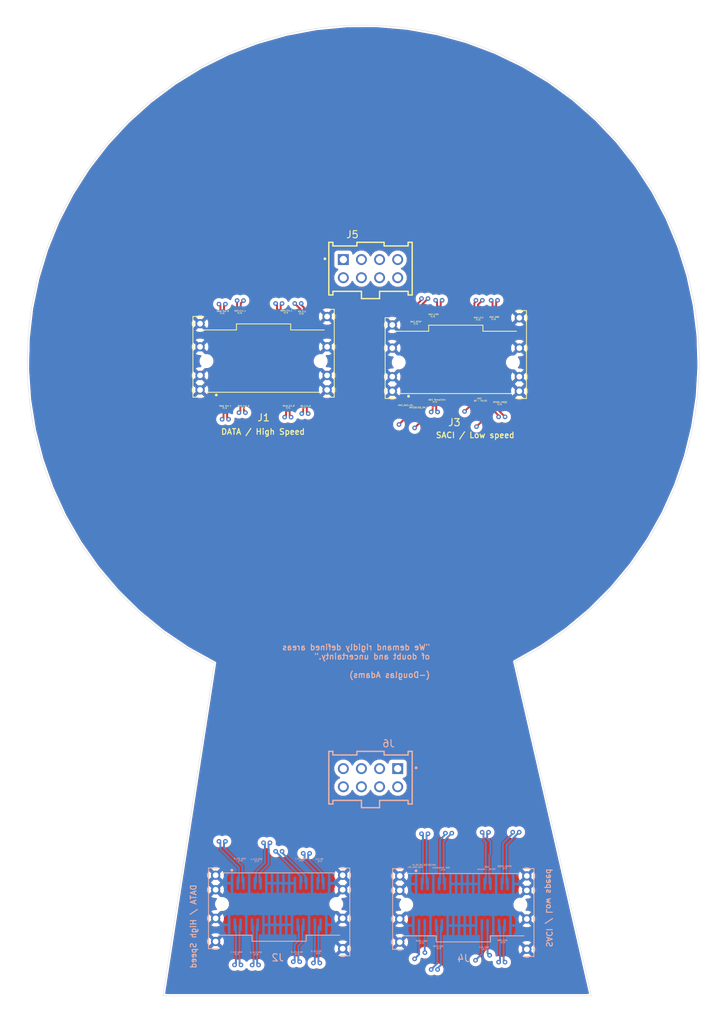
<source format=kicad_pcb>
(kicad_pcb (version 20241229) (generator "pcbnew") (generator_version "9.0")
  (layers (0 "F.Cu" signal "TopLayer") (4 "In1.Cu" signal "Inner1") (6 "In2.Cu" power "Inner2") (8 "In3.Cu" signal) (10 "In4.Cu" signal) (2 "B.Cu" signal "BottomLayer") (13 "F.Paste" user "TopPasteMaskLayer") (15 "B.Paste" user "BottomPasteMaskLayer") (5 "F.SilkS" user "TopSilkLayer") (7 "B.SilkS" user "BottomSilkLayer") (1 "F.Mask" user "TopSolderMaskLayer") (3 "B.Mask" user "BottomSolderMaskLayer") (25 "Edge.Cuts" user))
  (net 0 "")
  (net 1 "DGND")
  (net 2 "/SER_CLK_1_P")
  (net 3 "/DATA_OUT_0_N")
  (net 4 "/WORD_CLK_0_P")
  (net 5 "/RD_CLK_0_P")
  (net 6 "/SER_CLK_0_N")
  (net 7 "/SER_CLK_0_P")
  (net 8 "/RD_CLK_0_N")
  (net 9 "/WORD_CLK_1_N")
  (net 10 "/WORD_CLK_0_N")
  (net 11 "/RD_CLK_N")
  (net 12 "/WORD_CLK_1_P")
  (net 13 "/SER_CLK_1_N")
  (net 14 "/DATA_OUT_1_P")
  (net 15 "/DATA_OUT_0_P")
  (net 16 "/RD_CLK_P")
  (net 17 "/DATA_OUT_1_N")
  (net 18 "/SACI_CLK_N")
  (net 19 "/ASIC{0123}_DM_SN_IO")
  (net 20 "/SPARE_HR{0}_N")
  (net 21 "/ASIC_SR0_P")
  (net 22 "/ASIC_SR0_N")
  (net 23 "/SACI_RESP_P")
  (net 24 "/SACI_CMD_P")
  (net 25 "/ASIC_SACI_SEL")
  (net 26 "/ASIC_SampClkEn_P")
  (net 27 "/ASIC_PULSE")
  (net 28 "/SACI_CLK_P")
  (net 29 "/SACI_CMD_N")
  (net 30 "/ASIC_SampClkEn_N")
  (net 31 "/ASIC_GR")
  (net 32 "/SPARE_HR{0}_P")
  (net 33 "/SACI_RESP_N")
  (net 34 "/VDD1")
  (net 35 "AGND")
  (net 36 "/VDD2")
  (footprint "Connector_SATA_SAS:SATA" (layer "F.Cu") (at 153.95 77.62)
    (property "Reference" "J3")
    (property "Value" "1888174-6")
  )
  (footprint "lib:SAMTEC_IPL1-104-01-L-D-K" (layer "F.Cu") (at 142 64.5)
    (property "Reference" "J5")
    (property "Value" "IPL1-104-01-L-D-K")
  )
  (footprint "Connector_SATA_SAS:SATA" (layer "F.Cu") (at 127.02 77.44)
    (property "Reference" "J1")
    (property "Value" "1888174-6")
  )
  (footprint "lib:SAMTEC_IPL1-104-01-L-D-K" (layer "B.Cu") (at 142 135.73 180)
    (property "Reference" "J6")
    (property "Value" "IPL1-104-01-L-D-K")
  )
  (footprint "Connector_SATA_SAS:SATA" (layer "B.Cu") (at 129.200001 153.409998)
    (property "Reference" "J2")
    (property "Value" "1888174-6")
  )
  (footprint "Connector_SATA_SAS:SATA" (layer "B.Cu") (at 155 153.5)
    (property "Reference" "J4")
    (property "Value" "1888174-6")
  )
  (gr_arc (start 120.132759 119.700472) (mid 140.757661 30.43077) (end 162.231802 119.499999) (stroke (width 0.05)) (layer "Edge.Cuts"))
  (gr_line (start 120.132759 119.700472) (end 112.932281 166.25) (stroke (width 0.05)) (layer "Edge.Cuts"))
  (gr_line (start 172.932281 166.25) (end 162.231802 119.499998) (stroke (width 0.05)) (layer "Edge.Cuts"))
  (gr_line (start 112.932281 166.25) (end 172.932281 166.25) (stroke (width 0.05)) (layer "Edge.Cuts"))
  (gr_text "Data Out 0\n   P/N" (at 120.44 70.88 0) (layer "F.SilkS") (effects (font (size 0.2 0.2) (thickness 0.04) (bold yes)) (justify left bottom)))
  (gr_text "SER_CLK_1\n   P/N" (at 122.89 70.85 0) (layer "F.SilkS") (effects (font (size 0.2 0.2) (thickness 0.04) (bold yes)) (justify left bottom)))
  (gr_text "   ASIC\nGR - PULSE\n" (at 156.44 83.11 0) (layer "F.SilkS") (effects (font (size 0.2 0.2) (thickness 0.04) (bold yes)) (justify left bottom)))
  (gr_text "RD_CLK\n P/N" (at 131.82 70.95 0) (layer "F.SilkS") (effects (font (size 0.2 0.2) (thickness 0.04) (bold yes)) (justify left bottom)))
  (gr_text "ASIC SAmpClkEn\n    P/N" (at 150.07 83.29 -0) (layer "F.SilkS") (effects (font (size 0.2 0.2) (thickness 0.04) (bold yes)) (justify left bottom)))
  (gr_text "Data Out 1\n   P/N" (at 120.78 84.14 0) (layer "F.SilkS") (effects (font (size 0.2 0.2) (thickness 0.04) (bold yes)) (justify left bottom)))
  (gr_text "SACI_RESP\n   P/N" (at 147.54 72.36 -0) (layer "F.SilkS") (effects (font (size 0.2 0.2) (thickness 0.04) (bold yes)) (justify left bottom)))
  (gr_text "ASIC_SACI_SEL\n		ASIC{0123}_DM_SN_IO\n" (at 145.84 84.05 0) (layer "F.SilkS") (effects (font (size 0.2 0.2) (thickness 0.04) (bold yes)) (justify left bottom)))
  (gr_text "ASIC_SR0\n  P/N" (at 158.61 71.71 -0) (layer "F.SilkS") (effects (font (size 0.2 0.2) (thickness 0.04) (bold yes)) (justify left bottom)))
  (gr_text "Word_Clk_0\n   P/N" (at 129.66 84.13 0) (layer "F.SilkS") (effects (font (size 0.2 0.2) (thickness 0.04) (bold yes)) (justify left bottom)))
  (gr_text "RD_CLK_0\n P/N" (at 132.15 84.16 0) (layer "F.SilkS") (effects (font (size 0.2 0.2) (thickness 0.04) (bold yes)) (justify left bottom)))
  (gr_text "SPARE_HR{0}\n    P/N" (at 159.14 83.63 -0) (layer "F.SilkS") (effects (font (size 0.2 0.2) (thickness 0.04) (bold yes)) (justify left bottom)))
  (gr_text "DATA / High Speed" (at 120.99 87.79 0) (layer "F.SilkS") (effects (font (size 0.8 0.8) (thickness 0.15) (bold yes)) (justify left bottom)))
  (gr_text "Word_Clk_1\n   P/N" (at 129.35 70.81 0) (layer "F.SilkS") (effects (font (size 0.2 0.2) (thickness 0.04) (bold yes)) (justify left bottom)))
  (gr_text "SER_CLK_0\n   P/N" (at 123.37 84.16 0) (layer "F.SilkS") (effects (font (size 0.2 0.2) (thickness 0.04) (bold yes)) (justify left bottom)))
  (gr_text "SACI_CLK\n  P/N" (at 156.45 71.79 -0) (layer "F.SilkS") (effects (font (size 0.2 0.2) (thickness 0.04) (bold yes)) (justify left bottom)))
  (gr_text "SACI_CMD\n  P/N" (at 150.09 71.34 0) (layer "F.SilkS") (effects (font (size 0.2 0.2) (thickness 0.04) (bold yes)) (justify left bottom)))
  (gr_text "SACI / Low speed" (at 151.08 88.27 0) (layer "F.SilkS") (effects (font (size 0.8 0.8) (thickness 0.15) (bold yes)) (justify left bottom)))
  (gr_text "RD_CLK_0\n P/N" (at 135.15 160.45 -0) (layer "B.SilkS") (effects (font (size 0.2 0.2) (thickness 0.04) (bold yes)) (justify left bottom mirror)))
  (gr_text "SACI / Low speed" (at 166.56 159.53 270) (layer "B.SilkS") (effects (font (size 0.8 0.8) (thickness 0.15) (bold yes)) (justify left bottom mirror)))
  (gr_text "Data Out 1\n   P/N" (at 124.05 160.56 -0) (layer "B.SilkS") (effects (font (size 0.2 0.2) (thickness 0.04) (bold yes)) (justify left bottom mirror)))
  (gr_text "Word_Clk_0\n   P/N" (at 132.55 160.56 -0) (layer "B.SilkS") (effects (font (size 0.2 0.2) (thickness 0.04) (bold yes)) (justify left bottom mirror)))
  (gr_text "SPARE_HR{0}\n    P/N" (at 161.78 148.56 0) (layer "B.SilkS") (effects (font (size 0.2 0.2) (thickness 0.04) (bold yes)) (justify left bottom mirror)))
  (gr_text "SER_CLK_0\n   P/N" (at 126.79 160.61 -0) (layer "B.SilkS") (effects (font (size 0.2 0.2) (thickness 0.04) (bold yes)) (justify left bottom mirror)))
  (gr_text "SACI_CMD\n  P/N" (at 152.23 159.75 -0) (layer "B.SilkS") (effects (font (size 0.2 0.2) (thickness 0.04) (bold yes)) (justify left bottom mirror)))
  (gr_text "	 ASIC\nPULSE - Ground\n" (at 159.53 148.65 -0) (layer "B.SilkS") (effects (font (size 0.2 0.2) (thickness 0.04) (bold yes)) (justify left bottom mirror)))
  (gr_text "{dblquote}We demand rigidly defined areas\nof doubt and uncertainty.{dblquote}\n\n(-Douglas Adams)" (at 150.42 121.82 0) (layer "B.SilkS") (effects (font (size 0.8 0.8) (thickness 0.15) (bold yes)) (justify left bottom mirror)))
  (gr_text "ASIC SAmpClkEn\n    P/N" (at 153.13 148.76 0) (layer "B.SilkS") (effects (font (size 0.2 0.2) (thickness 0.04) (bold yes)) (justify left bottom mirror)))
  (gr_text "ASIC{0123}_DM_SN_IO\n            ASIC_SACI_SEL" (at 151.17 148.37 0) (layer "B.SilkS") (effects (font (size 0.2 0.2) (thickness 0.04) (bold yes)) (justify left bottom mirror)))
  (gr_text "SACI_CLK\n  P/N" (at 158.61 159.89 0) (layer "B.SilkS") (effects (font (size 0.2 0.2) (thickness 0.04) (bold yes)) (justify left bottom mirror)))
  (gr_text "ASIC_SR0\n  P/N" (at 161.21 158.93 0) (layer "B.SilkS") (effects (font (size 0.2 0.2) (thickness 0.04) (bold yes)) (justify left bottom mirror)))
  (gr_text "Word_Clk_1\n   P/N" (at 133.13 147.47 -0) (layer "B.SilkS") (effects (font (size 0.2 0.2) (thickness 0.04) (bold yes)) (justify left bottom mirror)))
  (gr_text "SACI_RESP\n   P/N" (at 149.95 159.02 0) (layer "B.SilkS") (effects (font (size 0.2 0.2) (thickness 0.04) (bold yes)) (justify left bottom mirror)))
  (gr_text "SER_CLK_1\n   P/N" (at 126.85 147.56 -0) (layer "B.SilkS") (effects (font (size 0.2 0.2) (thickness 0.04) (bold yes)) (justify left bottom mirror)))
  (gr_text "DATA / High Speed" (at 117.66 150.6 90) (layer "B.SilkS") (effects (font (size 0.8 0.8) (thickness 0.15) (bold yes)) (justify left bottom mirror)))
  (gr_text "Data Out 0\n   P/N" (at 124.56 147.49 -0) (layer "B.SilkS") (effects (font (size 0.2 0.2) (thickness 0.04) (bold yes)) (justify left bottom mirror)))
  (gr_text "RD_CLK\n P/N" (at 135.4 147.56 -0) (layer "B.SilkS") (effects (font (size 0.2 0.2) (thickness 0.04) (bold yes)) (justify left bottom mirror)))
  (segment (start 123.22 73.63) (end 123.36445 73.48555) (width 0.2701) (layer "F.Cu") (net 2))
  (segment (start 123.36445 73.48555) (end 123.36445 71.23) (width 0.2701) (layer "F.Cu") (net 2))
  (segment (start 123.36445 71.23) (end 123.3095 71.17505) (width 0.2701) (layer "F.Cu") (net 2))
  (segment (start 123.22 74.53) (end 123.22 73.63) (width 0.2701) (layer "F.Cu") (net 2))
  (segment (start 123.3095 71.17505) (end 123.3095 68.97) (width 0.2701) (layer "F.Cu") (net 2))
  (via (at 127.0095 144.84) (size 0.66) (drill 0.3) (layers "F.Cu" "B.Cu") (net 2))
  (via (at 123.3095 68.97) (size 0.66) (drill 0.3) (layers "F.Cu" "B.Cu") (net 2))
  (segment (start 125.944449 150.355547) (end 125.944449 148.904149) (width 0.2701) (layer "B.Cu") (net 2))
  (segment (start 127.204449 145.034949) (end 127.0095 144.84) (width 0.2701) (layer "B.Cu") (net 2))
  (segment (start 125.944449 148.904149) (end 127.204449 147.644149) (width 0.2701) (layer "B.Cu") (net 2))
  (segment (start 127.204449 147.644149) (end 127.204449 145.034949) (width 0.2701) (layer "B.Cu") (net 2))
  (segment (start 125.799999 150.499997) (end 125.944449 150.355547) (width 0.2701) (layer "B.Cu") (net 2))
  (segment (start 121.475551 69.654949) (end 121.6705 69.46) (width 0.2701) (layer "F.Cu") (net 3))
  (segment (start 121.62 74.53) (end 121.475551 74.385551) (width 0.2701) (layer "F.Cu") (net 3))
  (segment (start 121.475551 74.385551) (end 121.475551 69.654949) (width 0.2701) (layer "F.Cu") (net 3))
  (via (at 121.6705 69.46) (size 0.66) (drill 0.3) (layers "F.Cu" "B.Cu") (net 3))
  (via (at 121.6705 144.64) (size 0.66) (drill 0.3) (layers "F.Cu" "B.Cu") (net 3))
  (segment (start 121.6705 144.64) (end 121.475551 144.834949) (width 0.2701) (layer "B.Cu") (net 3))
  (segment (start 121.475551 145.534149) (end 124.055551 148.114149) (width 0.2701) (layer "B.Cu") (net 3))
  (segment (start 121.475551 144.834949) (end 121.475551 145.534149) (width 0.2701) (layer "B.Cu") (net 3))
  (segment (start 124.055551 150.355549) (end 124.200002 150.5) (width 0.2701) (layer "B.Cu") (net 3))
  (segment (start 124.055551 148.114149) (end 124.055551 150.355549) (width 0.2701) (layer "B.Cu") (net 3))
  (segment (start 129.9695 85.28) (end 130.16445 85.08505) (width 0.2701) (layer "F.Cu") (net 4))
  (segment (start 130.16445 81.39445) (end 130.02 81.25) (width 0.2701) (layer "F.Cu") (net 4))
  (segment (start 130.16445 85.08505) (end 130.16445 81.39445) (width 0.2701) (layer "F.Cu") (net 4))
  (segment (start 130.02 81.25) (end 130.02 80.35) (width 0.2701) (layer "F.Cu") (net 4))
  (via (at 129.9695 85.28) (size 0.66) (drill 0.3) (layers "F.Cu" "B.Cu") (net 4))
  (via (at 131.1795 161.48) (size 0.66) (drill 0.3) (layers "F.Cu" "B.Cu") (net 4))
  (segment (start 131.944452 156.464449) (end 131.944452 158.504146) (width 0.2701) (layer "B.Cu") (net 4))
  (segment (start 131.944452 158.504146) (end 131.374449 159.074149) (width 0.2701) (layer "B.Cu") (net 4))
  (segment (start 131.8 156.319997) (end 131.944452 156.464449) (width 0.2701) (layer "B.Cu") (net 4))
  (segment (start 131.374449 159.074149) (end 131.374449 161.285051) (width 0.2701) (layer "B.Cu") (net 4))
  (segment (start 131.374449 161.285051) (end 131.1795 161.48) (width 0.2701) (layer "B.Cu") (net 4))
  (segment (start 132.42 80.35) (end 132.564449 80.494449) (width 0.2701) (layer "F.Cu") (net 5))
  (segment (start 132.564449 80.494449) (end 132.564449 84.595051) (width 0.2701) (layer "F.Cu") (net 5))
  (segment (start 132.564449 84.595051) (end 132.3695 84.79) (width 0.2701) (layer "F.Cu") (net 5))
  (via (at 133.9995 161.66) (size 0.66) (drill 0.3) (layers "F.Cu" "B.Cu") (net 5))
  (via (at 132.3695 84.79) (size 0.66) (drill 0.3) (layers "F.Cu" "B.Cu") (net 5))
  (segment (start 134.2 160.248862) (end 134.19445 160.254412) (width 0.2701) (layer "B.Cu") (net 5))
  (segment (start 134.2 156.319996) (end 134.2 160.248862) (width 0.2701) (layer "B.Cu") (net 5))
  (segment (start 134.19445 161.46505) (end 133.9995 161.66) (width 0.2701) (layer "B.Cu") (net 5))
  (segment (start 134.19445 160.254412) (end 134.19445 161.46505) (width 0.2701) (layer "B.Cu") (net 5))
  (segment (start 124.275551 80.494449) (end 124.275551 84.455051) (width 0.2701) (layer "F.Cu") (net 6))
  (segment (start 124.275551 84.455051) (end 124.4705 84.65) (width 0.2701) (layer "F.Cu") (net 6))
  (segment (start 124.42 80.35) (end 124.275551 80.494449) (width 0.2701) (layer "F.Cu") (net 6))
  (via (at 126.3205 161.94) (size 0.66) (drill 0.3) (layers "F.Cu" "B.Cu") (net 6))
  (via (at 124.4705 84.65) (size 0.66) (drill 0.3) (layers "F.Cu" "B.Cu") (net 6))
  (segment (start 126.3205 161.94) (end 126.12555 161.74505) (width 0.2701) (layer "B.Cu") (net 6))
  (segment (start 126.12555 159.904412) (end 126.055553 159.834415) (width 0.2701) (layer "B.Cu") (net 6))
  (segment (start 126.055553 156.464446) (end 126.200001 156.319998) (width 0.2701) (layer "B.Cu") (net 6))
  (segment (start 126.055553 159.834415) (end 126.055553 156.464446) (width 0.2701) (layer "B.Cu") (net 6))
  (segment (start 126.12555 161.74505) (end 126.12555 159.904412) (width 0.2701) (layer "B.Cu") (net 6))
  (segment (start 123.764449 80.494449) (end 123.764449 84.455051) (width 0.2701) (layer "F.Cu") (net 7))
  (segment (start 123.764449 84.455051) (end 123.5695 84.65) (width 0.2701) (layer "F.Cu") (net 7))
  (segment (start 123.62 80.35) (end 123.764449 80.494449) (width 0.2701) (layer "F.Cu") (net 7))
  (via (at 123.5695 84.65) (size 0.66) (drill 0.3) (layers "F.Cu" "B.Cu") (net 7))
  (via (at 125.4195 161.94) (size 0.66) (drill 0.3) (layers "F.Cu" "B.Cu") (net 7))
  (segment (start 125.61445 160.1) (end 125.544452 160.030002) (width 0.2701) (layer "B.Cu") (net 7))
  (segment (start 125.4195 161.94) (end 125.61445 161.74505) (width 0.2701) (layer "B.Cu") (net 7))
  (segment (start 125.61445 161.74505) (end 125.61445 160.1) (width 0.2701) (layer "B.Cu") (net 7))
  (segment (start 125.544452 156.464446) (end 125.400002 156.319996) (width 0.2701) (layer "B.Cu") (net 7))
  (segment (start 125.544452 160.030002) (end 125.544452 156.464446) (width 0.2701) (layer "B.Cu") (net 7))
  (segment (start 133.075551 80.494449) (end 133.075551 84.595051) (width 0.2701) (layer "F.Cu") (net 8))
  (segment (start 133.075551 84.595051) (end 133.2705 84.79) (width 0.2701) (layer "F.Cu") (net 8))
  (segment (start 133.22 80.35) (end 133.075551 80.494449) (width 0.2701) (layer "F.Cu") (net 8))
  (via (at 133.2705 84.79) (size 0.66) (drill 0.3) (layers "F.Cu" "B.Cu") (net 8))
  (via (at 134.9005 161.66) (size 0.66) (drill 0.3) (layers "F.Cu" "B.Cu") (net 8))
  (segment (start 135.000001 156.319998) (end 134.7111 156.608899) (width 0.2701) (layer "B.Cu") (net 8))
  (segment (start 134.7111 160.44445) (end 134.70555 160.45) (width 0.2701) (layer "B.Cu") (net 8))
  (segment (start 134.70555 161.46505) (end 134.70555 160.45) (width 0.2701) (layer "B.Cu") (net 8))
  (segment (start 134.7111 156.608899) (end 134.7111 160.44445) (width 0.2701) (layer "B.Cu") (net 8))
  (segment (start 134.9005 161.66) (end 134.70555 161.46505) (width 0.2701) (layer "B.Cu") (net 8))
  (segment (start 129.415551 71.064149) (end 129.415551 69.574949) (width 0.2701) (layer "F.Cu") (net 9))
  (segment (start 129.415551 69.574949) (end 129.6105 69.38) (width 0.2701) (layer "F.Cu") (net 9))
  (segment (start 130.27555 71.924148) (end 129.415551 71.064149) (width 0.2701) (layer "F.Cu") (net 9))
  (segment (start 130.42 73.63) (end 130.27555 73.48555) (width 0.2701) (layer "F.Cu") (net 9))
  (segment (start 130.27555 73.48555) (end 130.27555 71.924148) (width 0.2701) (layer "F.Cu") (net 9))
  (segment (start 130.42 74.53) (end 130.42 73.63) (width 0.2701) (layer "F.Cu") (net 9))
  (via (at 129.6105 146.04) (size 0.66) (drill 0.3) (layers "F.Cu" "B.Cu") (net 9))
  (via (at 129.6105 69.38) (size 0.66) (drill 0.3) (layers "F.Cu" "B.Cu") (net 9))
  (segment (start 129.6105 146.04) (end 129.6105 146.218195) (width 0.2701) (layer "B.Cu") (net 9))
  (segment (start 132.85555 149.463245) (end 132.85555 150.35555) (width 0.2701) (layer "B.Cu") (net 9))
  (segment (start 129.6105 146.218195) (end 132.85555 149.463245) (width 0.2701) (layer "B.Cu") (net 9))
  (segment (start 132.85555 150.35555) (end 133 150.5) (width 0.2701) (layer "B.Cu") (net 9))
  (segment (start 130.82 81.25) (end 130.82 80.35) (width 0.2701) (layer "F.Cu") (net 10))
  (segment (start 130.67555 81.39445) (end 130.82 81.25) (width 0.2701) (layer "F.Cu") (net 10))
  (segment (start 130.67555 85.08505) (end 130.67555 81.39445) (width 0.2701) (layer "F.Cu") (net 10))
  (segment (start 130.8705 85.28) (end 130.67555 85.08505) (width 0.2701) (layer "F.Cu") (net 10))
  (via (at 132.0805 161.48) (size 0.66) (drill 0.3) (layers "F.Cu" "B.Cu") (net 10))
  (via (at 130.8705 85.28) (size 0.66) (drill 0.3) (layers "F.Cu" "B.Cu") (net 10))
  (segment (start 131.885551 159.285851) (end 131.885551 161.285051) (width 0.2701) (layer "B.Cu") (net 10))
  (segment (start 131.885551 161.285051) (end 132.0805 161.48) (width 0.2701) (layer "B.Cu") (net 10))
  (segment (start 132.455553 158.715849) (end 131.885551 159.285851) (width 0.2701) (layer "B.Cu") (net 10))
  (segment (start 132.600003 156.319999) (end 132.455553 156.464449) (width 0.2701) (layer "B.Cu") (net 10))
  (segment (start 132.455553 156.464449) (end 132.455553 158.715849) (width 0.2701) (layer "B.Cu") (net 10))
  (segment (start 132.2905 69.558195) (end 132.67555 69.943245) (width 0.2701) (layer "F.Cu") (net 11))
  (segment (start 132.67555 69.943245) (end 132.67555 73.48555) (width 0.2701) (layer "F.Cu") (net 11))
  (segment (start 132.67555 73.48555) (end 132.82 73.63) (width 0.2701) (layer "F.Cu") (net 11))
  (segment (start 132.2905 69.38) (end 132.2905 69.558195) (width 0.2701) (layer "F.Cu") (net 11))
  (segment (start 132.82 73.63) (end 132.82 74.53) (width 0.2701) (layer "F.Cu") (net 11))
  (via (at 133.4705 146.32) (size 0.66) (drill 0.3) (layers "F.Cu" "B.Cu") (net 11))
  (via (at 132.2905 69.38) (size 0.66) (drill 0.3) (layers "F.Cu" "B.Cu") (net 11))
  (segment (start 135.400001 150.499998) (end 135.255551 150.355548) (width 0.2701) (layer "B.Cu") (net 11))
  (segment (start 133.275551 147.114149) (end 133.275551 146.514949) (width 0.2701) (layer "B.Cu") (net 11))
  (segment (start 133.275551 146.514949) (end 133.4705 146.32) (width 0.2701) (layer "B.Cu") (net 11))
  (segment (start 135.255551 149.094149) (end 133.275551 147.114149) (width 0.2701) (layer "B.Cu") (net 11))
  (segment (start 135.255551 150.355548) (end 135.255551 149.094149) (width 0.2701) (layer "B.Cu") (net 11))
  (segment (start 129.62 73.63) (end 129.76445 73.48555) (width 0.2701) (layer "F.Cu") (net 12))
  (segment (start 128.904449 71.275851) (end 128.904449 69.574949) (width 0.2701) (layer "F.Cu") (net 12))
  (segment (start 129.62 74.53) (end 129.62 73.63) (width 0.2701) (layer "F.Cu") (net 12))
  (segment (start 129.76445 72.135852) (end 128.904449 71.275851) (width 0.2701) (layer "F.Cu") (net 12))
  (segment (start 129.76445 73.48555) (end 129.76445 72.135852) (width 0.2701) (layer "F.Cu") (net 12))
  (segment (start 128.904449 69.574949) (end 128.7095 69.38) (width 0.2701) (layer "F.Cu") (net 12))
  (via (at 128.7095 146.04) (size 0.66) (drill 0.3) (layers "F.Cu" "B.Cu") (net 12))
  (via (at 128.7095 69.38) (size 0.66) (drill 0.3) (layers "F.Cu" "B.Cu") (net 12))
  (segment (start 128.7095 146.04) (end 132.344449 149.674949) (width 0.2701) (layer "B.Cu") (net 12))
  (segment (start 132.344449 149.674949) (end 132.344449 150.35555) (width 0.2701) (layer "B.Cu") (net 12))
  (segment (start 132.344449 150.35555) (end 132.200001 150.499998) (width 0.2701) (layer "B.Cu") (net 12))
  (segment (start 123.8206 70.979462) (end 123.8206 69.3599) (width 0.2701) (layer "F.Cu") (net 13))
  (segment (start 124.02 74.53) (end 124.02 73.63) (width 0.2701) (layer "F.Cu") (net 13))
  (segment (start 124.02 73.63) (end 123.87555 73.48555) (width 0.2701) (layer "F.Cu") (net 13))
  (segment (start 123.8206 69.3599) (end 124.2105 68.97) (width 0.2701) (layer "F.Cu") (net 13))
  (segment (start 123.87555 73.48555) (end 123.87555 71.034412) (width 0.2701) (layer "F.Cu") (net 13))
  (segment (start 123.87555 71.034412) (end 123.8206 70.979462) (width 0.2701) (layer "F.Cu") (net 13))
  (via (at 124.2105 68.97) (size 0.66) (drill 0.3) (layers "F.Cu" "B.Cu") (net 13))
  (via (at 127.9105 144.84) (size 0.66) (drill 0.3) (layers "F.Cu" "B.Cu") (net 13))
  (segment (start 126.600002 150.499999) (end 126.45555 150.355547) (width 0.2701) (layer "B.Cu") (net 13))
  (segment (start 126.45555 150.355547) (end 126.45555 149.115852) (width 0.2701) (layer "B.Cu") (net 13))
  (segment (start 127.715551 145.034949) (end 127.9105 144.84) (width 0.2701) (layer "B.Cu") (net 13))
  (segment (start 127.715551 147.855851) (end 127.715551 145.034949) (width 0.2701) (layer "B.Cu") (net 13))
  (segment (start 126.45555 149.115852) (end 127.715551 147.855851) (width 0.2701) (layer "B.Cu") (net 13))
  (segment (start 121.40445 85.38505) (end 121.40445 80.2) (width 0.2701) (layer "F.Cu") (net 14))
  (segment (start 121.2095 85.58) (end 121.40445 85.38505) (width 0.2701) (layer "F.Cu") (net 14))
  (via (at 121.2095 85.58) (size 0.66) (drill 0.3) (layers "F.Cu" "B.Cu") (net 14))
  (via (at 122.9495 161.93) (size 0.66) (drill 0.3) (layers "F.Cu" "B.Cu") (net 14))
  (segment (start 123.000001 156.319998) (end 123.144451 156.464448) (width 0.2701) (layer "B.Cu") (net 14))
  (segment (start 123.144449 161.735051) (end 122.9495 161.93) (width 0.2701) (layer "B.Cu") (net 14))
  (segment (start 123.144451 159.119993) (end 123.144444 159.12) (width 0.2701) (layer "B.Cu") (net 14))
  (segment (start 123.144451 156.464448) (end 123.144451 159.119993) (width 0.2701) (layer "B.Cu") (net 14))
  (segment (start 123.144444 159.12) (end 123.144449 159.120005) (width 0.2701) (layer "B.Cu") (net 14))
  (segment (start 123.144449 159.120005) (end 123.144449 161.735051) (width 0.2701) (layer "B.Cu") (net 14))
  (segment (start 120.964449 69.654949) (end 120.7695 69.46) (width 0.2701) (layer "F.Cu") (net 15))
  (segment (start 120.964449 74.385551) (end 120.964449 69.654949) (width 0.2701) (layer "F.Cu") (net 15))
  (segment (start 120.82 74.53) (end 120.964449 74.385551) (width 0.2701) (layer "F.Cu") (net 15))
  (via (at 120.7695 144.64) (size 0.66) (drill 0.3) (layers "F.Cu" "B.Cu") (net 15))
  (via (at 120.7695 69.46) (size 0.66) (drill 0.3) (layers "F.Cu" "B.Cu") (net 15))
  (segment (start 123.54445 150.355549) (end 123.400001 150.499998) (width 0.2701) (layer "B.Cu") (net 15))
  (segment (start 120.964449 145.745851) (end 123.54445 148.325852) (width 0.2701) (layer "B.Cu") (net 15))
  (segment (start 120.964449 144.834949) (end 120.964449 145.745851) (width 0.2701) (layer "B.Cu") (net 15))
  (segment (start 120.7695 144.64) (end 120.964449 144.834949) (width 0.2701) (layer "B.Cu") (net 15))
  (segment (start 123.54445 148.325852) (end 123.54445 150.355549) (width 0.2701) (layer "B.Cu") (net 15))
  (segment (start 131.3895 69.38) (end 132.16445 70.15495) (width 0.2701) (layer "F.Cu") (net 16))
  (segment (start 132.16445 73.48555) (end 132.02 73.63) (width 0.2701) (layer "F.Cu") (net 16))
  (segment (start 132.02 73.63) (end 132.02 74.53) (width 0.2701) (layer "F.Cu") (net 16))
  (segment (start 132.16445 70.15495) (end 132.16445 73.48555) (width 0.2701) (layer "F.Cu") (net 16))
  (via (at 132.5695 146.32) (size 0.66) (drill 0.3) (layers "F.Cu" "B.Cu") (net 16))
  (via (at 131.3895 69.38) (size 0.66) (drill 0.3) (layers "F.Cu" "B.Cu") (net 16))
  (segment (start 134.74445 150.355548) (end 134.74445 149.305852) (width 0.2701) (layer "B.Cu") (net 16))
  (segment (start 134.74445 149.305852) (end 132.764449 147.325851) (width 0.2701) (layer "B.Cu") (net 16))
  (segment (start 134.600002 150.499996) (end 134.74445 150.355548) (width 0.2701) (layer "B.Cu") (net 16))
  (segment (start 132.764449 146.514949) (end 132.5695 146.32) (width 0.2701) (layer "B.Cu") (net 16))
  (segment (start 132.764449 147.325851) (end 132.764449 146.514949) (width 0.2701) (layer "B.Cu") (net 16))
  (segment (start 122.1105 85.58) (end 121.91555 85.38505) (width 0.2701) (layer "F.Cu") (net 17))
  (segment (start 121.91555 85.38505) (end 121.91555 80.2) (width 0.2701) (layer "F.Cu") (net 17))
  (via (at 123.8505 161.93) (size 0.66) (drill 0.3) (layers "F.Cu" "B.Cu") (net 17))
  (via (at 122.1105 85.58) (size 0.66) (drill 0.3) (layers "F.Cu" "B.Cu") (net 17))
  (segment (start 123.8 156.32) (end 123.655552 156.464448) (width 0.2701) (layer "B.Cu") (net 17))
  (segment (start 123.655551 161.735051) (end 123.8505 161.93) (width 0.2701) (layer "B.Cu") (net 17))
  (segment (start 123.655552 159.119992) (end 123.655544 159.12) (width 0.2701) (layer "B.Cu") (net 17))
  (segment (start 123.655552 156.464448) (end 123.655552 159.119992) (width 0.2701) (layer "B.Cu") (net 17))
  (segment (start 123.655544 159.12) (end 123.655551 159.120007) (width 0.2701) (layer "B.Cu") (net 17))
  (segment (start 123.655551 159.120007) (end 123.655551 161.735051) (width 0.2701) (layer "B.Cu") (net 17))
  (segment (start 157.6705 68.93) (end 157.0611 69.5394) (width 0.2701) (layer "F.Cu") (net 18))
  (segment (start 157.0611 69.5394) (end 157.0611 74.4211) (width 0.2701) (layer "F.Cu") (net 18))
  (segment (start 157.0611 74.4211) (end 157.35 74.71) (width 0.2701) (layer "F.Cu") (net 18))
  (via (at 157.6705 68.93) (size 0.66) (drill 0.3) (layers "F.Cu" "B.Cu") (net 18))
  (via (at 158.5405 143.37) (size 0.66) (drill 0.3) (layers "F.Cu" "B.Cu") (net 18))
  (segment (start 158.793862 144.68246) (end 158.345551 144.234149) (width 0.2701) (layer "B.Cu") (net 18))
  (segment (start 158.799999 150.590002) (end 158.655549 150.445552) (width 0.2701) (layer "B.Cu") (net 18))
  (segment (start 158.345551 144.234149) (end 158.345551 143.564949) (width 0.2701) (layer "B.Cu") (net 18))
  (segment (start 158.655549 146.550011) (end 158.793862 146.411698) (width 0.2701) (layer "B.Cu") (net 18))
  (segment (start 158.655549 150.445552) (end 158.655549 146.550011) (width 0.2701) (layer "B.Cu") (net 18))
  (segment (start 158.793862 146.411698) (end 158.793862 144.68246) (width 0.2701) (layer "B.Cu") (net 18))
  (segment (start 158.345551 143.564949) (end 158.5405 143.37) (width 0.2701) (layer "B.Cu") (net 18))
  (segment (start 148.18 86.79) (end 148.95 86.02) (width 0.2701) (layer "F.Cu") (net 19))
  (segment (start 148.95 86.02) (end 148.95 80.53) (width 0.2701) (layer "F.Cu") (net 19))
  (via (at 148.18 86.79) (size 0.66) (drill 0.3) (layers "F.Cu" "B.Cu") (net 19))
  (via (at 149.62 160.21) (size 0.66) (drill 0.3) (layers "F.Cu" "B.Cu") (net 19))
  (segment (start 149.599999 160.189999) (end 149.62 160.21) (width 0.2701) (layer "B.Cu") (net 19))
  (segment (start 149.599999 156.410002) (end 149.599999 160.189999) (width 0.2701) (layer "B.Cu") (net 19))
  (segment (start 160.00555 81.57445) (end 160.15 81.43) (width 0.2701) (layer "F.Cu") (net 20))
  (segment (start 160.8505 85.24) (end 160.00555 84.39505) (width 0.2701) (layer "F.Cu") (net 20))
  (segment (start 160.00555 84.39505) (end 160.00555 81.57445) (width 0.2701) (layer "F.Cu") (net 20))
  (segment (start 160.15 81.43) (end 160.15 80.53) (width 0.2701) (layer "F.Cu") (net 20))
  (via (at 160.8505 85.24) (size 0.66) (drill 0.3) (layers "F.Cu" "B.Cu") (net 20))
  (via (at 160.8505 161.54) (size 0.66) (drill 0.3) (layers "F.Cu" "B.Cu") (net 20))
  (segment (start 160.655551 159.149992) (end 160.655543 159.15) (width 0.2701) (layer "B.Cu") (net 20))
  (segment (start 160.8 156.41) (end 160.655551 156.554449) (width 0.2701) (layer "B.Cu") (net 20))
  (segment (start 160.655551 156.554449) (end 160.655551 159.149992) (width 0.2701) (layer "B.Cu") (net 20))
  (segment (start 160.655551 159.150008) (end 160.655551 161.345051) (width 0.2701) (layer "B.Cu") (net 20))
  (segment (start 160.655551 161.345051) (end 160.8505 161.54) (width 0.2701) (layer "B.Cu") (net 20))
  (segment (start 160.655543 159.15) (end 160.655551 159.150008) (width 0.2701) (layer "B.Cu") (net 20))
  (segment (start 158.95 74.71) (end 159.094449 74.565551) (width 0.2701) (layer "F.Cu") (net 21))
  (segment (start 159.094449 69.124949) (end 158.8995 68.93) (width 0.2701) (layer "F.Cu") (net 21))
  (segment (start 159.094449 74.565551) (end 159.094449 69.124949) (width 0.2701) (layer "F.Cu") (net 21))
  (via (at 158.8995 68.93) (size 0.66) (drill 0.3) (layers "F.Cu" "B.Cu") (net 21))
  (via (at 161.9295 143.36) (size 0.66) (drill 0.3) (layers "F.Cu" "B.Cu") (net 21))
  (segment (start 161.9295 143.36) (end 161.9295 143.538195) (width 0.2701) (layer "B.Cu") (net 21))
  (segment (start 160.544449 150.44555) (end 160.400001 150.589998) (width 0.2701) (layer "B.Cu") (net 21))
  (segment (start 161.9295 143.538195) (end 160.544449 144.923246) (width 0.2701) (layer "B.Cu") (net 21))
  (segment (start 160.544449 144.923246) (end 160.544449 150.44555) (width 0.2701) (layer "B.Cu") (net 21))
  (segment (start 159.75 74.71) (end 159.605551 74.565551) (width 0.2701) (layer "F.Cu") (net 22))
  (segment (start 159.605551 74.565551) (end 159.605551 69.124949) (width 0.2701) (layer "F.Cu") (net 22))
  (segment (start 159.605551 69.124949) (end 159.8005 68.93) (width 0.2701) (layer "F.Cu") (net 22))
  (via (at 159.8005 68.93) (size 0.66) (drill 0.3) (layers "F.Cu" "B.Cu") (net 22))
  (via (at 162.8305 143.36) (size 0.66) (drill 0.3) (layers "F.Cu" "B.Cu") (net 22))
  (segment (start 162.8305 143.36) (end 161.05555 145.13495) (width 0.2701) (layer "B.Cu") (net 22))
  (segment (start 161.05555 145.13495) (end 161.05555 150.44555) (width 0.2701) (layer "B.Cu") (net 22))
  (segment (start 161.05555 150.44555) (end 161.2 150.59) (width 0.2701) (layer "B.Cu") (net 22))
  (segment (start 149.1495 68.868195) (end 147.89445 70.123245) (width 0.2701) (layer "F.Cu") (net 23))
  (segment (start 147.75 73.81) (end 147.75 74.71) (width 0.2701) (layer "F.Cu") (net 23))
  (segment (start 147.89445 73.66555) (end 147.75 73.81) (width 0.2701) (layer "F.Cu") (net 23))
  (segment (start 149.1495 68.69) (end 149.1495 68.868195) (width 0.2701) (layer "F.Cu") (net 23))
  (segment (start 147.89445 70.123245) (end 147.89445 73.66555) (width 0.2701) (layer "F.Cu") (net 23))
  (via (at 149.1495 143.58) (size 0.66) (drill 0.3) (layers "F.Cu" "B.Cu") (net 23))
  (via (at 149.1495 68.69) (size 0.66) (drill 0.3) (layers "F.Cu" "B.Cu") (net 23))
  (segment (start 149.344449 143.774949) (end 149.1495 143.58) (width 0.2701) (layer "B.Cu") (net 23))
  (segment (start 149.344449 146.369987) (end 149.344449 143.774949) (width 0.2701) (layer "B.Cu") (net 23))
  (segment (start 149.2 150.59) (end 149.344449 150.445551) (width 0.2701) (layer "B.Cu") (net 23))
  (segment (start 149.344462 146.37) (end 149.344449 146.369987) (width 0.2701) (layer "B.Cu") (net 23))
  (segment (start 149.344449 150.445551) (end 149.344449 146.370013) (width 0.2701) (layer "B.Cu") (net 23))
  (segment (start 149.344449 146.370013) (end 149.344462 146.37) (width 0.2701) (layer "B.Cu") (net 23))
  (segment (start 150.29445 72.314148) (end 151.324449 71.284149) (width 0.2701) (layer "F.Cu") (net 24))
  (segment (start 150.29445 73.66555) (end 150.29445 72.314148) (width 0.2701) (layer "F.Cu") (net 24))
  (segment (start 151.324449 69.124949) (end 151.1295 68.93) (width 0.2701) (layer "F.Cu") (net 24))
  (segment (start 150.15 74.71) (end 150.15 73.81) (width 0.2701) (layer "F.Cu") (net 24))
  (segment (start 151.324449 71.284149) (end 151.324449 69.124949) (width 0.2701) (layer "F.Cu") (net 24))
  (segment (start 150.15 73.81) (end 150.29445 73.66555) (width 0.2701) (layer "F.Cu") (net 24))
  (via (at 152.4895 143.49) (size 0.66) (drill 0.3) (layers "F.Cu" "B.Cu") (net 24))
  (via (at 151.1295 68.93) (size 0.66) (drill 0.3) (layers "F.Cu" "B.Cu") (net 24))
  (segment (start 151.744448 144.413247) (end 151.744448 150.445549) (width 0.2701) (layer "B.Cu") (net 24))
  (segment (start 152.4895 143.668195) (end 151.744448 144.413247) (width 0.2701) (layer "B.Cu") (net 24))
  (segment (start 152.4895 143.49) (end 152.4895 143.668195) (width 0.2701) (layer "B.Cu") (net 24))
  (segment (start 151.744448 150.445549) (end 151.599998 150.589999) (width 0.2701) (layer "B.Cu") (net 24))
  (segment (start 148.15 80.53) (end 148.15 84.15) (width 0.2701) (layer "F.Cu") (net 25))
  (segment (start 148.15 84.15) (end 145.99 86.31) (width 0.2701) (layer "F.Cu") (net 25))
  (via (at 148.18 161.08) (size 0.66) (drill 0.3) (layers "F.Cu" "B.Cu") (net 25))
  (via (at 145.99 86.31) (size 0.66) (drill 0.3) (layers "F.Cu" "B.Cu") (net 25))
  (segment (start 148.18 161.08) (end 148.8 160.46) (width 0.2701) (layer "B.Cu") (net 25))
  (segment (start 148.8 160.46) (end 148.8 156.41) (width 0.2701) (layer "B.Cu") (net 25))
  (segment (start 150.694449 80.674449) (end 150.694449 84.365051) (width 0.2701) (layer "F.Cu") (net 26))
  (segment (start 150.694449 84.365051) (end 150.4995 84.56) (width 0.2701) (layer "F.Cu") (net 26))
  (segment (start 150.55 80.53) (end 150.694449 80.674449) (width 0.2701) (layer "F.Cu") (net 26))
  (via (at 150.4995 162.57) (size 0.66) (drill 0.3) (layers "F.Cu" "B.Cu") (net 26))
  (via (at 150.4995 84.56) (size 0.66) (drill 0.3) (layers "F.Cu" "B.Cu") (net 26))
  (segment (start 151.344451 161.725049) (end 151.344451 156.554448) (width 0.2701) (layer "B.Cu") (net 26))
  (segment (start 150.4995 162.57) (end 151.344451 161.725049) (width 0.2701) (layer "B.Cu") (net 26))
  (segment (start 151.344451 156.554448) (end 151.200001 156.409998) (width 0.2701) (layer "B.Cu") (net 26))
  (segment (start 156.85 86.61) (end 157.75 85.71) (width 0.2701) (layer "F.Cu") (net 27))
  (segment (start 157.75 85.71) (end 157.75 80.53) (width 0.2701) (layer "F.Cu") (net 27))
  (via (at 158.69 160.58) (size 0.66) (drill 0.3) (layers "F.Cu" "B.Cu") (net 27))
  (via (at 156.85 86.61) (size 0.66) (drill 0.3) (layers "F.Cu" "B.Cu") (net 27))
  (segment (start 158.400002 160.290002) (end 158.69 160.58) (width 0.2701) (layer "B.Cu") (net 27))
  (segment (start 158.400002 156.410001) (end 158.400002 160.290002) (width 0.2701) (layer "B.Cu") (net 27))
  (segment (start 156.55 69.327695) (end 156.55 74.71) (width 0.2701) (layer "F.Cu") (net 28))
  (segment (start 156.7695 69.108195) (end 156.55 69.327695) (width 0.2701) (layer "F.Cu") (net 28))
  (segment (start 156.7695 68.93) (end 156.7695 69.108195) (width 0.2701) (layer "F.Cu") (net 28))
  (via (at 156.7695 68.93) (size 0.66) (drill 0.3) (layers "F.Cu" "B.Cu") (net 28))
  (via (at 157.6395 143.37) (size 0.66) (drill 0.3) (layers "F.Cu" "B.Cu") (net 28))
  (segment (start 157.834449 144.445851) (end 157.834449 143.564949) (width 0.2701) (layer "B.Cu") (net 28))
  (segment (start 158.144448 146.550012) (end 158.14446 146.55) (width 0.2701) (layer "B.Cu") (net 28))
  (segment (start 158.144448 150.445552) (end 158.144448 146.550012) (width 0.2701) (layer "B.Cu") (net 28))
  (segment (start 158.199299 144.810701) (end 157.834449 144.445851) (width 0.2701) (layer "B.Cu") (net 28))
  (segment (start 158.14446 144.86554) (end 158.199299 144.810701) (width 0.2701) (layer "B.Cu") (net 28))
  (segment (start 157.834449 143.564949) (end 157.6395 143.37) (width 0.2701) (layer "B.Cu") (net 28))
  (segment (start 158 150.59) (end 158.144448 150.445552) (width 0.2701) (layer "B.Cu") (net 28))
  (segment (start 158.14446 146.55) (end 158.14446 144.86554) (width 0.2701) (layer "B.Cu") (net 28))
  (segment (start 151.835551 71.495851) (end 151.835551 69.124949) (width 0.2701) (layer "F.Cu") (net 29))
  (segment (start 150.95 73.81) (end 150.80555 73.66555) (width 0.2701) (layer "F.Cu") (net 29))
  (segment (start 150.95 74.71) (end 150.95 73.81) (width 0.2701) (layer "F.Cu") (net 29))
  (segment (start 151.835551 69.124949) (end 152.0305 68.93) (width 0.2701) (layer "F.Cu") (net 29))
  (segment (start 150.80555 72.525852) (end 151.835551 71.495851) (width 0.2701) (layer "F.Cu") (net 29))
  (segment (start 150.80555 73.66555) (end 150.80555 72.525852) (width 0.2701) (layer "F.Cu") (net 29))
  (via (at 152.0305 68.93) (size 0.66) (drill 0.3) (layers "F.Cu" "B.Cu") (net 29))
  (via (at 153.3905 143.49) (size 0.66) (drill 0.3) (layers "F.Cu" "B.Cu") (net 29))
  (segment (start 153.3905 143.49) (end 152.255549 144.624951) (width 0.2701) (layer "B.Cu") (net 29))
  (segment (start 152.255549 144.624951) (end 152.255549 150.445549) (width 0.2701) (layer "B.Cu") (net 29))
  (segment (start 152.255549 150.445549) (end 152.400001 150.590001) (width 0.2701) (layer "B.Cu") (net 29))
  (segment (start 151.35 80.53) (end 151.205551 80.674449) (width 0.2701) (layer "F.Cu") (net 30))
  (segment (start 151.205551 84.365051) (end 151.4005 84.56) (width 0.2701) (layer "F.Cu") (net 30))
  (segment (start 151.205551 80.674449) (end 151.205551 84.365051) (width 0.2701) (layer "F.Cu") (net 30))
  (via (at 151.4005 84.56) (size 0.66) (drill 0.3) (layers "F.Cu" "B.Cu") (net 30))
  (via (at 151.4005 162.57) (size 0.66) (drill 0.3) (layers "F.Cu" "B.Cu") (net 30))
  (segment (start 151.855552 161.936753) (end 151.855552 156.554448) (width 0.2701) (layer "B.Cu") (net 30))
  (segment (start 151.4005 162.57) (end 151.4005 162.391805) (width 0.2701) (layer "B.Cu") (net 30))
  (segment (start 151.855552 156.554448) (end 152 156.41) (width 0.2701) (layer "B.Cu") (net 30))
  (segment (start 151.4005 162.391805) (end 151.855552 161.936753) (width 0.2701) (layer "B.Cu") (net 30))
  (segment (start 156.95 82.71) (end 155.18 84.48) (width 0.2701) (layer "F.Cu") (net 31))
  (segment (start 156.95 80.53) (end 156.95 82.71) (width 0.2701) (layer "F.Cu") (net 31))
  (via (at 155.18 84.48) (size 0.66) (drill 0.3) (layers "F.Cu" "B.Cu") (net 31))
  (via (at 156.71 161.28) (size 0.66) (drill 0.3) (layers "F.Cu" "B.Cu") (net 31))
  (segment (start 157.599999 160.390001) (end 157.599999 156.409999) (width 0.2701) (layer "B.Cu") (net 31))
  (segment (start 156.71 161.28) (end 157.599999 160.390001) (width 0.2701) (layer "B.Cu") (net 31))
  (segment (start 159.9495 85.24) (end 159.9495 85.061805) (width 0.2701) (layer "F.Cu") (net 32))
  (segment (start 159.49445 84.606755) (end 159.49445 81.57445) (width 0.2701) (layer "F.Cu") (net 32))
  (segment (start 159.49445 81.57445) (end 159.35 81.43) (width 0.2701) (layer "F.Cu") (net 32))
  (segment (start 159.9495 85.061805) (end 159.49445 84.606755) (width 0.2701) (layer "F.Cu") (net 32))
  (segment (start 159.35 81.43) (end 159.35 80.53) (width 0.2701) (layer "F.Cu") (net 32))
  (via (at 159.9495 161.54) (size 0.66) (drill 0.3) (layers "F.Cu" "B.Cu") (net 32))
  (via (at 159.9495 85.24) (size 0.66) (drill 0.3) (layers "F.Cu" "B.Cu") (net 32))
  (segment (start 160.144443 159.15) (end 160.144449 159.150006) (width 0.2701) (layer "B.Cu") (net 32))
  (segment (start 160.14445 159.149993) (end 160.144443 159.15) (width 0.2701) (layer "B.Cu") (net 32))
  (segment (start 160.144449 159.150006) (end 160.144449 161.345051) (width 0.2701) (layer "B.Cu") (net 32))
  (segment (start 159.999999 156.409998) (end 160.14445 156.554449) (width 0.2701) (layer "B.Cu") (net 32))
  (segment (start 160.144449 161.345051) (end 159.9495 161.54) (width 0.2701) (layer "B.Cu") (net 32))
  (segment (start 160.14445 156.554449) (end 160.14445 159.149993) (width 0.2701) (layer "B.Cu") (net 32))
  (segment (start 148.55 73.81) (end 148.55 74.71) (width 0.2701) (layer "F.Cu") (net 33))
  (segment (start 148.40555 70.33495) (end 148.40555 73.66555) (width 0.2701) (layer "F.Cu") (net 33))
  (segment (start 148.40555 73.66555) (end 148.55 73.81) (width 0.2701) (layer "F.Cu") (net 33))
  (segment (start 150.0505 68.69) (end 148.40555 70.33495) (width 0.2701) (layer "F.Cu") (net 33))
  (via (at 150.0505 143.58) (size 0.66) (drill 0.3) (layers "F.Cu" "B.Cu") (net 33))
  (via (at 150.0505 68.69) (size 0.66) (drill 0.3) (layers "F.Cu" "B.Cu") (net 33))
  (segment (start 149.855551 143.774949) (end 150.0505 143.58) (width 0.2701) (layer "B.Cu") (net 33))
  (segment (start 149.855551 146.369989) (end 149.855551 143.774949) (width 0.2701) (layer "B.Cu") (net 33))
  (segment (start 150.000001 150.590002) (end 149.85555 150.445551) (width 0.2701) (layer "B.Cu") (net 33))
  (segment (start 149.85555 146.370012) (end 149.855562 146.37) (width 0.2701) (layer "B.Cu") (net 33))
  (segment (start 149.85555 150.445551) (end 149.85555 146.370012) (width 0.2701) (layer "B.Cu") (net 33))
  (segment (start 149.855562 146.37) (end 149.855551 146.369989) (width 0.2701) (layer "B.Cu") (net 33))
  (zone (net 1) (net_name "DGND") (layers "F.Cu" "B.Cu") (connect_pads (clearance 0.5)) (min_thickness 0.25) (fill yes (thermal_gap 0.5) (thermal_bridge_width 0.5))
    (polygon (pts (xy 190.5 30.5) (xy 186 167.5) (xy 93.5 169) (xy 93.5 30.5) (xy 138.5 30.5)))
  )
)
</source>
